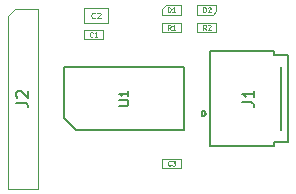
<source format=gbr>
%TF.GenerationSoftware,KiCad,Pcbnew,(5.99.0-10766-geeb405c196)*%
%TF.CreationDate,2021-06-27T17:30:59+04:00*%
%TF.ProjectId,FTDI_Basic_Breakout-3.3V,46544449-5f42-4617-9369-635f42726561,rev?*%
%TF.SameCoordinates,Original*%
%TF.FileFunction,AssemblyDrawing,Top*%
%FSLAX46Y46*%
G04 Gerber Fmt 4.6, Leading zero omitted, Abs format (unit mm)*
G04 Created by KiCad (PCBNEW (5.99.0-10766-geeb405c196)) date 2021-06-27 17:30:59*
%MOMM*%
%LPD*%
G01*
G04 APERTURE LIST*
%ADD10C,0.150000*%
%ADD11C,0.060000*%
%ADD12C,0.080000*%
%ADD13C,0.100000*%
G04 APERTURE END LIST*
D10*
%TO.C,J2*%
X120852380Y-101358333D02*
X121566666Y-101358333D01*
X121709523Y-101405952D01*
X121804761Y-101501190D01*
X121852380Y-101644047D01*
X121852380Y-101739285D01*
X120947619Y-100929761D02*
X120900000Y-100882142D01*
X120852380Y-100786904D01*
X120852380Y-100548809D01*
X120900000Y-100453571D01*
X120947619Y-100405952D01*
X121042857Y-100358333D01*
X121138095Y-100358333D01*
X121280952Y-100405952D01*
X121852380Y-100977380D01*
X121852380Y-100358333D01*
%TO.C,U1*%
X129561904Y-101609523D02*
X130209523Y-101609523D01*
X130285714Y-101571428D01*
X130323809Y-101533333D01*
X130361904Y-101457142D01*
X130361904Y-101304761D01*
X130323809Y-101228571D01*
X130285714Y-101190476D01*
X130209523Y-101152380D01*
X129561904Y-101152380D01*
X130361904Y-100352380D02*
X130361904Y-100809523D01*
X130361904Y-100580952D02*
X129561904Y-100580952D01*
X129676190Y-100657142D01*
X129752380Y-100733333D01*
X129790476Y-100809523D01*
%TO.C,J1*%
X140002380Y-101333333D02*
X140716666Y-101333333D01*
X140859523Y-101380952D01*
X140954761Y-101476190D01*
X141002380Y-101619047D01*
X141002380Y-101714285D01*
X141002380Y-100333333D02*
X141002380Y-100904761D01*
X141002380Y-100619047D02*
X140002380Y-100619047D01*
X140145238Y-100714285D01*
X140240476Y-100809523D01*
X140288095Y-100904761D01*
D11*
%TO.C,R2*%
X136933333Y-95180952D02*
X136800000Y-94990476D01*
X136704761Y-95180952D02*
X136704761Y-94780952D01*
X136857142Y-94780952D01*
X136895238Y-94800000D01*
X136914285Y-94819047D01*
X136933333Y-94857142D01*
X136933333Y-94914285D01*
X136914285Y-94952380D01*
X136895238Y-94971428D01*
X136857142Y-94990476D01*
X136704761Y-94990476D01*
X137085714Y-94819047D02*
X137104761Y-94800000D01*
X137142857Y-94780952D01*
X137238095Y-94780952D01*
X137276190Y-94800000D01*
X137295238Y-94819047D01*
X137314285Y-94857142D01*
X137314285Y-94895238D01*
X137295238Y-94952380D01*
X137066666Y-95180952D01*
X137314285Y-95180952D01*
D12*
%TO.C,C2*%
X127516666Y-94178571D02*
X127492857Y-94202380D01*
X127421428Y-94226190D01*
X127373809Y-94226190D01*
X127302380Y-94202380D01*
X127254761Y-94154761D01*
X127230952Y-94107142D01*
X127207142Y-94011904D01*
X127207142Y-93940476D01*
X127230952Y-93845238D01*
X127254761Y-93797619D01*
X127302380Y-93750000D01*
X127373809Y-93726190D01*
X127421428Y-93726190D01*
X127492857Y-93750000D01*
X127516666Y-93773809D01*
X127707142Y-93773809D02*
X127730952Y-93750000D01*
X127778571Y-93726190D01*
X127897619Y-93726190D01*
X127945238Y-93750000D01*
X127969047Y-93773809D01*
X127992857Y-93821428D01*
X127992857Y-93869047D01*
X127969047Y-93940476D01*
X127683333Y-94226190D01*
X127992857Y-94226190D01*
D11*
%TO.C,C3*%
X133933333Y-106642857D02*
X133914285Y-106661904D01*
X133857142Y-106680952D01*
X133819047Y-106680952D01*
X133761904Y-106661904D01*
X133723809Y-106623809D01*
X133704761Y-106585714D01*
X133685714Y-106509523D01*
X133685714Y-106452380D01*
X133704761Y-106376190D01*
X133723809Y-106338095D01*
X133761904Y-106300000D01*
X133819047Y-106280952D01*
X133857142Y-106280952D01*
X133914285Y-106300000D01*
X133933333Y-106319047D01*
X134066666Y-106280952D02*
X134314285Y-106280952D01*
X134180952Y-106433333D01*
X134238095Y-106433333D01*
X134276190Y-106452380D01*
X134295238Y-106471428D01*
X134314285Y-106509523D01*
X134314285Y-106604761D01*
X134295238Y-106642857D01*
X134276190Y-106661904D01*
X134238095Y-106680952D01*
X134123809Y-106680952D01*
X134085714Y-106661904D01*
X134066666Y-106642857D01*
%TO.C,R1*%
X133933333Y-95180952D02*
X133800000Y-94990476D01*
X133704761Y-95180952D02*
X133704761Y-94780952D01*
X133857142Y-94780952D01*
X133895238Y-94800000D01*
X133914285Y-94819047D01*
X133933333Y-94857142D01*
X133933333Y-94914285D01*
X133914285Y-94952380D01*
X133895238Y-94971428D01*
X133857142Y-94990476D01*
X133704761Y-94990476D01*
X134314285Y-95180952D02*
X134085714Y-95180952D01*
X134200000Y-95180952D02*
X134200000Y-94780952D01*
X134161904Y-94838095D01*
X134123809Y-94876190D01*
X134085714Y-94895238D01*
%TO.C,D1*%
X133704761Y-93680952D02*
X133704761Y-93280952D01*
X133800000Y-93280952D01*
X133857142Y-93300000D01*
X133895238Y-93338095D01*
X133914285Y-93376190D01*
X133933333Y-93452380D01*
X133933333Y-93509523D01*
X133914285Y-93585714D01*
X133895238Y-93623809D01*
X133857142Y-93661904D01*
X133800000Y-93680952D01*
X133704761Y-93680952D01*
X134314285Y-93680952D02*
X134085714Y-93680952D01*
X134200000Y-93680952D02*
X134200000Y-93280952D01*
X134161904Y-93338095D01*
X134123809Y-93376190D01*
X134085714Y-93395238D01*
%TO.C,C1*%
X127333333Y-95742857D02*
X127314285Y-95761904D01*
X127257142Y-95780952D01*
X127219047Y-95780952D01*
X127161904Y-95761904D01*
X127123809Y-95723809D01*
X127104761Y-95685714D01*
X127085714Y-95609523D01*
X127085714Y-95552380D01*
X127104761Y-95476190D01*
X127123809Y-95438095D01*
X127161904Y-95400000D01*
X127219047Y-95380952D01*
X127257142Y-95380952D01*
X127314285Y-95400000D01*
X127333333Y-95419047D01*
X127714285Y-95780952D02*
X127485714Y-95780952D01*
X127600000Y-95780952D02*
X127600000Y-95380952D01*
X127561904Y-95438095D01*
X127523809Y-95476190D01*
X127485714Y-95495238D01*
%TO.C,D2*%
X136704761Y-93680952D02*
X136704761Y-93280952D01*
X136800000Y-93280952D01*
X136857142Y-93300000D01*
X136895238Y-93338095D01*
X136914285Y-93376190D01*
X136933333Y-93452380D01*
X136933333Y-93509523D01*
X136914285Y-93585714D01*
X136895238Y-93623809D01*
X136857142Y-93661904D01*
X136800000Y-93680952D01*
X136704761Y-93680952D01*
X137085714Y-93319047D02*
X137104761Y-93300000D01*
X137142857Y-93280952D01*
X137238095Y-93280952D01*
X137276190Y-93300000D01*
X137295238Y-93319047D01*
X137314285Y-93357142D01*
X137314285Y-93395238D01*
X137295238Y-93452380D01*
X137066666Y-93680952D01*
X137314285Y-93680952D01*
D13*
%TO.C,J2*%
X120765000Y-93405000D02*
X122670000Y-93405000D01*
X122670000Y-93405000D02*
X122670000Y-108645000D01*
X122670000Y-108645000D02*
X120130000Y-108645000D01*
X120130000Y-108645000D02*
X120130000Y-94040000D01*
X120130000Y-94040000D02*
X120765000Y-93405000D01*
D10*
%TO.C,U1*%
X135100000Y-98350000D02*
X135100000Y-103650000D01*
X125900000Y-103650000D02*
X124900000Y-102650000D01*
X124900000Y-98350000D02*
X135100000Y-98350000D01*
X135100000Y-103650000D02*
X125900000Y-103650000D01*
X124900000Y-102650000D02*
X124900000Y-98350000D01*
%TO.C,J1*%
X136950000Y-102300000D02*
X136775000Y-102525000D01*
X136775000Y-102075000D02*
X136950000Y-102300000D01*
X143850000Y-104700000D02*
X143850000Y-97300000D01*
X142650000Y-104700000D02*
X143850000Y-104700000D01*
X143850000Y-97300000D02*
X142650000Y-97300000D01*
X137250000Y-105000000D02*
X142650000Y-105000000D01*
X136550000Y-102525000D02*
X136550000Y-102075000D01*
X136775000Y-102525000D02*
X136550000Y-102525000D01*
X136550000Y-102075000D02*
X136775000Y-102075000D01*
X143250000Y-103700000D02*
X143250000Y-98300000D01*
X137250000Y-97000000D02*
X137250000Y-105000000D01*
X142650000Y-97000000D02*
X137250000Y-97000000D01*
X142650000Y-105000000D02*
X142650000Y-104700000D01*
X142650000Y-97300000D02*
X142650000Y-97000000D01*
D13*
%TO.C,R2*%
X136200000Y-94587500D02*
X137800000Y-94587500D01*
X137800000Y-94587500D02*
X137800000Y-95412500D01*
X136200000Y-95412500D02*
X136200000Y-94587500D01*
X137800000Y-95412500D02*
X136200000Y-95412500D01*
%TO.C,C2*%
X128600000Y-93375000D02*
X128600000Y-94625000D01*
X126600000Y-93375000D02*
X128600000Y-93375000D01*
X128600000Y-94625000D02*
X126600000Y-94625000D01*
X126600000Y-94625000D02*
X126600000Y-93375000D01*
%TO.C,C3*%
X133200000Y-106900000D02*
X133200000Y-106100000D01*
X133200000Y-106100000D02*
X134800000Y-106100000D01*
X134800000Y-106900000D02*
X133200000Y-106900000D01*
X134800000Y-106100000D02*
X134800000Y-106900000D01*
%TO.C,R1*%
X133200000Y-94587500D02*
X134800000Y-94587500D01*
X134800000Y-95412500D02*
X133200000Y-95412500D01*
X133200000Y-95412500D02*
X133200000Y-94587500D01*
X134800000Y-94587500D02*
X134800000Y-95412500D01*
%TO.C,D1*%
X134800000Y-93900000D02*
X134800000Y-93100000D01*
X133500000Y-93100000D02*
X133200000Y-93400000D01*
X133200000Y-93400000D02*
X133200000Y-93900000D01*
X134800000Y-93100000D02*
X133500000Y-93100000D01*
X133200000Y-93900000D02*
X134800000Y-93900000D01*
%TO.C,C1*%
X126600000Y-95200000D02*
X128200000Y-95200000D01*
X128200000Y-96000000D02*
X126600000Y-96000000D01*
X126600000Y-96000000D02*
X126600000Y-95200000D01*
X128200000Y-95200000D02*
X128200000Y-96000000D01*
%TO.C,D2*%
X136200000Y-93100000D02*
X136200000Y-93900000D01*
X137800000Y-93100000D02*
X136200000Y-93100000D01*
X137500000Y-93900000D02*
X137800000Y-93600000D01*
X136200000Y-93900000D02*
X137500000Y-93900000D01*
X137800000Y-93600000D02*
X137800000Y-93100000D01*
%TD*%
M02*

</source>
